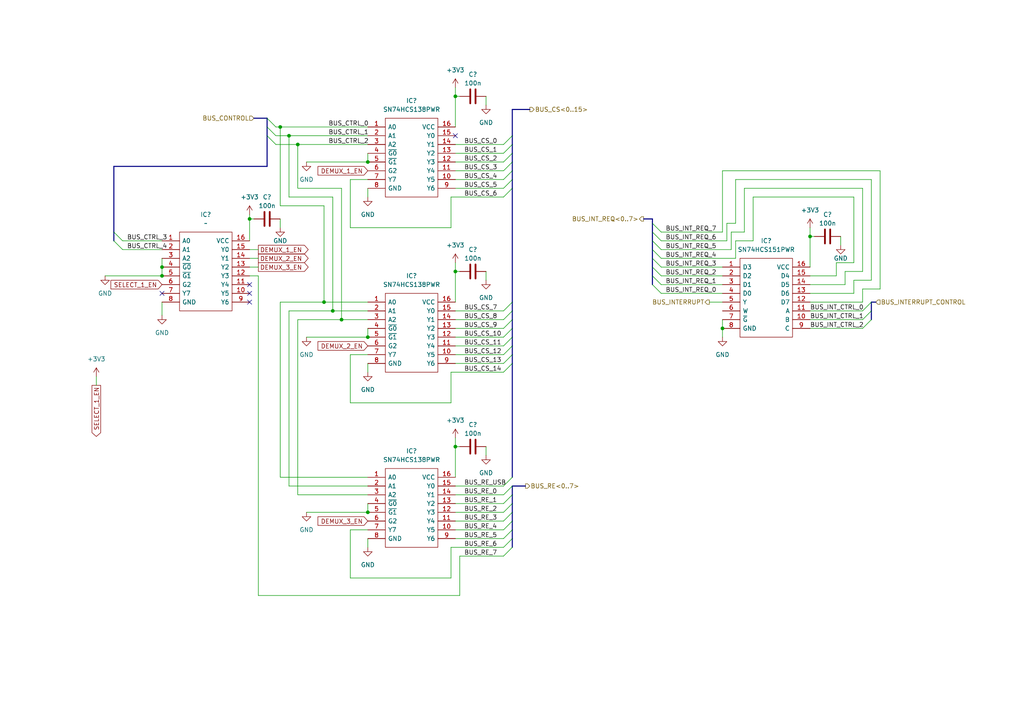
<source format=kicad_sch>
(kicad_sch (version 20211123) (generator eeschema)
  (paper "A4")
  (lib_symbols
    (symbol "Device:C" (pin_numbers hide) (pin_names (offset 0.254))
      (property "Reference" "C" (at 0.635 2.54 0))
      (property "Value" "C" (at 0.635 -2.54 0))
      (symbol "C_0_1"
        (polyline (pts (xy -2.032 -0.762) (xy 2.032 -0.762)) (stroke (width 0.508)))
        (polyline (pts (xy -2.032 0.762) (xy 2.032 0.762)) (stroke (width 0.508)))
      )
      (symbol "C_1_1"
        (pin passive line (at 0 3.81 270) (length 2.794) (name "~") (number "1"))
        (pin passive line (at 0 -3.81 90) (length 2.794) (name "~") (number "2"))
      )
    )
    (symbol "SN74HCS138PWR:SN74HCS138PWR" (pin_names (offset 0.762))
      (property "Reference" "IC" (at 21.59 7.62 0))
      (property "Value" "SN74HCS138PWR" (at 21.59 5.08 0))
      (symbol "SN74HCS138PWR_0_0"
        (pin passive line (at 0 0 0) (length 5.08) (name "A0") (number "1"))
        (pin passive line (at 25.4 -15.24 180) (length 5.08) (name "Y5") (number "10"))
        (pin passive line (at 25.4 -12.7 180) (length 5.08) (name "Y4") (number "11"))
        (pin passive line (at 25.4 -10.16 180) (length 5.08) (name "Y3") (number "12"))
        (pin passive line (at 25.4 -7.62 180) (length 5.08) (name "Y2") (number "13"))
        (pin passive line (at 25.4 -5.08 180) (length 5.08) (name "Y1") (number "14"))
        (pin passive line (at 25.4 -2.54 180) (length 5.08) (name "Y0") (number "15"))
        (pin passive line (at 25.4 0 180) (length 5.08) (name "VCC") (number "16"))
        (pin passive line (at 0 -2.54 0) (length 5.08) (name "A1") (number "2"))
        (pin passive line (at 0 -5.08 0) (length 5.08) (name "A2") (number "3"))
        (pin passive line (at 0 -7.62 0) (length 5.08) (name "~{G0}") (number "4"))
        (pin passive line (at 0 -10.16 0) (length 5.08) (name "~{G1}") (number "5"))
        (pin passive line (at 0 -12.7 0) (length 5.08) (name "G2") (number "6"))
        (pin passive line (at 0 -15.24 0) (length 5.08) (name "Y7") (number "7"))
        (pin passive line (at 0 -17.78 0) (length 5.08) (name "GND") (number "8"))
        (pin passive line (at 25.4 -17.78 180) (length 5.08) (name "Y6") (number "9"))
      )
      (symbol "SN74HCS138PWR_0_1"
        (polyline (pts (xy 5.08 2.54) (xy 20.32 2.54) (xy 20.32 -20.32) (xy 5.08 -20.32) (xy 5.08 2.54)) (stroke (width 0.1524)))
      )
    )
    (symbol "SN74HCS151PWR:SN74HCS151PWR" (pin_names (offset 0.762))
      (property "Reference" "IC" (at 21.59 7.62 0))
      (property "Value" "SN74HCS151PWR" (at 21.59 5.08 0))
      (symbol "SN74HCS151PWR_0_0"
        (pin passive line (at 0 0 0) (length 5.08) (name "D3") (number "1"))
        (pin passive line (at 25.4 -15.24 180) (length 5.08) (name "B") (number "10"))
        (pin passive line (at 25.4 -12.7 180) (length 5.08) (name "A") (number "11"))
        (pin passive line (at 25.4 -10.16 180) (length 5.08) (name "D7") (number "12"))
        (pin passive line (at 25.4 -7.62 180) (length 5.08) (name "D6") (number "13"))
        (pin passive line (at 25.4 -5.08 180) (length 5.08) (name "D5") (number "14"))
        (pin passive line (at 25.4 -2.54 180) (length 5.08) (name "D4") (number "15"))
        (pin passive line (at 25.4 0 180) (length 5.08) (name "VCC") (number "16"))
        (pin passive line (at 0 -2.54 0) (length 5.08) (name "D2") (number "2"))
        (pin passive line (at 0 -5.08 0) (length 5.08) (name "D1") (number "3"))
        (pin passive line (at 0 -7.62 0) (length 5.08) (name "D0") (number "4"))
        (pin passive line (at 0 -10.16 0) (length 5.08) (name "Y") (number "5"))
        (pin passive line (at 0 -12.7 0) (length 5.08) (name "W") (number "6"))
        (pin passive line (at 0 -15.24 0) (length 5.08) (name "~{G}") (number "7"))
        (pin passive line (at 0 -17.78 0) (length 5.08) (name "GND") (number "8"))
        (pin passive line (at 25.4 -17.78 180) (length 5.08) (name "C") (number "9"))
      )
      (symbol "SN74HCS151PWR_0_1"
        (polyline (pts (xy 5.08 2.54) (xy 20.32 2.54) (xy 20.32 -20.32) (xy 5.08 -20.32) (xy 5.08 2.54)) (stroke (width 0.1524)))
      )
    )
    (symbol "power:+3V3" (power) (pin_names (offset 0))
      (property "Value" "+3V3" (at 0 3.556 0))
      (symbol "+3V3_0_1"
        (polyline (pts (xy -0.762 1.27) (xy 0 2.54)))
        (polyline (pts (xy 0 0) (xy 0 2.54)))
        (polyline (pts (xy 0 2.54) (xy 0.762 1.27)))
      )
      (symbol "+3V3_1_1"
        (pin power_in line (at 0 0 90) (length 0) hide (name "+3V3") (number "1"))
      )
    )
    (symbol "power:GND" (power) (pin_names (offset 0))
      (property "Value" "GND" (at 0 -3.81 0))
      (symbol "GND_0_1"
        (polyline (pts (xy 0 0) (xy 0 -1.27) (xy 1.27 -1.27) (xy 0 -2.54) (xy -1.27 -1.27) (xy 0 -1.27)))
      )
      (symbol "GND_1_1"
        (pin power_in line (at 0 0 270) (length 0) hide (name "GND") (number "1"))
      )
    )
  )
  (junction (at 234.95 68.58))
  (junction (at 106.68 148.59))
  (junction (at 46.99 80.01))
  (junction (at 99.06 92.71))
  (junction (at 93.98 87.63))
  (junction (at 106.68 46.99))
  (junction (at 132.08 129.54))
  (junction (at 132.08 78.74))
  (junction (at 46.99 77.47))
  (junction (at 83.82 39.37))
  (junction (at 132.08 27.94))
  (junction (at 209.55 95.25))
  (junction (at 81.28 36.83))
  (junction (at 72.39 63.5))
  (junction (at 106.68 97.79))
  (junction (at 86.36 41.91))
  (junction (at 96.52 90.17))
  (no_connect (at 132.08 39.37))
  (no_connect (at 72.39 87.63))
  (no_connect (at 72.39 85.09))
  (no_connect (at 72.39 82.55))
  (no_connect (at 46.99 85.09))
  (bus_entry (at 33.02 69.85) (size 2.54 2.54))
  (bus_entry (at 189.23 80.01) (size 2.54 2.54))
  (bus_entry (at 77.47 34.29) (size 2.54 2.54))
  (bus_entry (at 189.23 77.47) (size 2.54 2.54))
  (bus_entry (at 146.05 46.99) (size 2.54 -2.54))
  (bus_entry (at 146.05 41.91) (size 2.54 -2.54))
  (bus_entry (at 146.05 44.45) (size 2.54 -2.54))
  (bus_entry (at 146.05 156.21) (size 2.54 -2.54))
  (bus_entry (at 146.05 49.53) (size 2.54 -2.54))
  (bus_entry (at 148.59 87.63) (size -2.54 2.54))
  (bus_entry (at 146.05 95.25) (size 2.54 -2.54))
  (bus_entry (at 189.23 74.93) (size 2.54 2.54))
  (bus_entry (at 146.05 146.05) (size 2.54 -2.54))
  (bus_entry (at 189.23 69.85) (size 2.54 2.54))
  (bus_entry (at 146.05 105.41) (size 2.54 -2.54))
  (bus_entry (at 146.05 151.13) (size 2.54 -2.54))
  (bus_entry (at 189.23 72.39) (size 2.54 2.54))
  (bus_entry (at 189.23 67.31) (size 2.54 2.54))
  (bus_entry (at 77.47 39.37) (size 2.54 2.54))
  (bus_entry (at 77.47 36.83) (size 2.54 2.54))
  (bus_entry (at 146.05 148.59) (size 2.54 -2.54))
  (bus_entry (at 252.73 90.17) (size -2.54 2.54))
  (bus_entry (at 252.73 92.71) (size -2.54 2.54))
  (bus_entry (at 148.59 105.41) (size -2.54 2.54))
  (bus_entry (at 146.05 52.07) (size 2.54 -2.54))
  (bus_entry (at 146.05 97.79) (size 2.54 -2.54))
  (bus_entry (at 146.05 153.67) (size 2.54 -2.54))
  (bus_entry (at 146.05 92.71) (size 2.54 -2.54))
  (bus_entry (at 189.23 64.77) (size 2.54 2.54))
  (bus_entry (at 33.02 67.31) (size 2.54 2.54))
  (bus_entry (at 146.05 54.61) (size 2.54 -2.54))
  (bus_entry (at 148.59 54.61) (size -2.54 2.54))
  (bus_entry (at 146.05 143.51) (size 2.54 -2.54))
  (bus_entry (at 252.73 87.63) (size -2.54 2.54))
  (bus_entry (at 146.05 100.33) (size 2.54 -2.54))
  (bus_entry (at 148.59 156.21) (size -2.54 2.54))
  (bus_entry (at 148.59 138.43) (size -2.54 2.54))
  (bus_entry (at 146.05 102.87) (size 2.54 -2.54))
  (bus_entry (at 189.23 82.55) (size 2.54 2.54))
  (bus_entry (at 146.05 161.29) (size 2.54 -2.54))
  (wire (pts (xy 133.35 161.29) (xy 146.05 161.29)))
  (wire (pts (xy 132.08 143.51) (xy 146.05 143.51)))
  (wire (pts (xy 191.77 72.39) (xy 212.09 72.39)))
  (wire (pts (xy 72.39 72.39) (xy 74.93 72.39)))
  (wire (pts (xy 99.06 92.71) (xy 99.06 54.61)))
  (wire (pts (xy 247.65 76.2) (xy 247.65 57.15)))
  (wire (pts (xy 80.01 36.83) (xy 81.28 36.83)))
  (wire (pts (xy 242.57 80.01) (xy 242.57 76.2)))
  (wire (pts (xy 35.56 69.85) (xy 46.99 69.85)))
  (wire (pts (xy 252.73 81.28) (xy 252.73 52.07)))
  (wire (pts (xy 30.48 80.01) (xy 46.99 80.01)))
  (wire (pts (xy 132.08 78.74) (xy 133.35 78.74)))
  (bus (pts (xy 189.23 64.77) (xy 189.23 63.5)))
  (wire (pts (xy 209.55 95.25) (xy 209.55 97.79)))
  (wire (pts (xy 191.77 77.47) (xy 209.55 77.47)))
  (wire (pts (xy 250.19 83.82) (xy 255.27 83.82)))
  (bus (pts (xy 148.59 46.99) (xy 148.59 44.45)))
  (wire (pts (xy 132.08 105.41) (xy 146.05 105.41)))
  (wire (pts (xy 86.36 41.91) (xy 86.36 54.61)))
  (wire (pts (xy 243.84 68.58) (xy 243.84 71.12)))
  (wire (pts (xy 93.98 87.63) (xy 81.28 87.63)))
  (wire (pts (xy 86.36 92.71) (xy 99.06 92.71)))
  (wire (pts (xy 46.99 87.63) (xy 46.99 91.44)))
  (bus (pts (xy 148.59 105.41) (xy 148.59 138.43)))
  (wire (pts (xy 140.97 27.94) (xy 140.97 30.48)))
  (wire (pts (xy 205.74 87.63) (xy 209.55 87.63)))
  (wire (pts (xy 72.39 63.5) (xy 72.39 69.85)))
  (wire (pts (xy 132.08 25.4) (xy 132.08 27.94)))
  (wire (pts (xy 132.08 27.94) (xy 133.35 27.94)))
  (wire (pts (xy 80.01 39.37) (xy 83.82 39.37)))
  (wire (pts (xy 234.95 77.47) (xy 234.95 68.58)))
  (bus (pts (xy 189.23 72.39) (xy 189.23 69.85)))
  (wire (pts (xy 247.65 81.28) (xy 252.73 81.28)))
  (bus (pts (xy 148.59 41.91) (xy 148.59 39.37)))
  (wire (pts (xy 234.95 80.01) (xy 242.57 80.01)))
  (bus (pts (xy 148.59 156.21) (xy 148.59 158.75)))
  (wire (pts (xy 86.36 41.91) (xy 106.68 41.91)))
  (wire (pts (xy 130.81 167.64) (xy 101.6 167.64)))
  (wire (pts (xy 234.95 66.04) (xy 234.95 68.58)))
  (wire (pts (xy 27.94 109.22) (xy 27.94 111.76)))
  (wire (pts (xy 83.82 90.17) (xy 96.52 90.17)))
  (wire (pts (xy 81.28 36.83) (xy 106.68 36.83)))
  (bus (pts (xy 189.23 80.01) (xy 189.23 77.47)))
  (wire (pts (xy 132.08 46.99) (xy 146.05 46.99)))
  (bus (pts (xy 148.59 153.67) (xy 148.59 156.21)))
  (wire (pts (xy 132.08 78.74) (xy 132.08 87.63)))
  (bus (pts (xy 33.02 67.31) (xy 33.02 69.85)))
  (wire (pts (xy 191.77 80.01) (xy 209.55 80.01)))
  (wire (pts (xy 245.11 82.55) (xy 245.11 78.74)))
  (bus (pts (xy 148.59 92.71) (xy 148.59 90.17)))
  (wire (pts (xy 132.08 148.59) (xy 146.05 148.59)))
  (wire (pts (xy 81.28 63.5) (xy 81.28 66.04)))
  (wire (pts (xy 83.82 39.37) (xy 106.68 39.37)))
  (wire (pts (xy 242.57 76.2) (xy 247.65 76.2)))
  (wire (pts (xy 132.08 90.17) (xy 146.05 90.17)))
  (wire (pts (xy 81.28 36.83) (xy 81.28 59.69)))
  (bus (pts (xy 252.73 87.63) (xy 254 87.63)))
  (wire (pts (xy 247.65 85.09) (xy 247.65 81.28)))
  (bus (pts (xy 73.66 34.29) (xy 77.47 34.29)))
  (wire (pts (xy 191.77 69.85) (xy 210.82 69.85)))
  (wire (pts (xy 132.08 156.21) (xy 146.05 156.21)))
  (wire (pts (xy 74.93 80.01) (xy 74.93 172.72)))
  (wire (pts (xy 218.44 69.85) (xy 213.36 69.85)))
  (bus (pts (xy 252.73 92.71) (xy 252.73 90.17)))
  (bus (pts (xy 148.59 52.07) (xy 148.59 49.53)))
  (bus (pts (xy 77.47 39.37) (xy 77.47 48.26)))
  (wire (pts (xy 133.35 172.72) (xy 133.35 161.29)))
  (wire (pts (xy 106.68 146.05) (xy 106.68 148.59)))
  (bus (pts (xy 148.59 102.87) (xy 148.59 105.41)))
  (bus (pts (xy 148.59 52.07) (xy 148.59 54.61)))
  (wire (pts (xy 213.36 69.85) (xy 213.36 74.93)))
  (wire (pts (xy 191.77 85.09) (xy 209.55 85.09)))
  (wire (pts (xy 86.36 143.51) (xy 86.36 92.71)))
  (wire (pts (xy 146.05 57.15) (xy 130.81 57.15)))
  (wire (pts (xy 132.08 76.2) (xy 132.08 78.74)))
  (wire (pts (xy 46.99 77.47) (xy 46.99 80.01)))
  (bus (pts (xy 148.59 31.75) (xy 148.59 39.37)))
  (wire (pts (xy 80.01 41.91) (xy 86.36 41.91)))
  (wire (pts (xy 234.95 95.25) (xy 250.19 95.25)))
  (bus (pts (xy 189.23 82.55) (xy 189.23 80.01)))
  (wire (pts (xy 215.9 54.61) (xy 215.9 67.31)))
  (wire (pts (xy 83.82 140.97) (xy 83.82 90.17)))
  (wire (pts (xy 234.95 90.17) (xy 250.19 90.17)))
  (wire (pts (xy 247.65 57.15) (xy 218.44 57.15)))
  (wire (pts (xy 132.08 54.61) (xy 146.05 54.61)))
  (wire (pts (xy 106.68 143.51) (xy 86.36 143.51)))
  (wire (pts (xy 130.81 107.95) (xy 130.81 116.84)))
  (wire (pts (xy 81.28 59.69) (xy 93.98 59.69)))
  (wire (pts (xy 132.08 127) (xy 132.08 129.54)))
  (wire (pts (xy 132.08 44.45) (xy 146.05 44.45)))
  (wire (pts (xy 96.52 57.15) (xy 83.82 57.15)))
  (wire (pts (xy 72.39 74.93) (xy 74.93 74.93)))
  (wire (pts (xy 132.08 102.87) (xy 146.05 102.87)))
  (wire (pts (xy 106.68 140.97) (xy 83.82 140.97)))
  (wire (pts (xy 252.73 52.07) (xy 213.36 52.07)))
  (wire (pts (xy 250.19 54.61) (xy 215.9 54.61)))
  (wire (pts (xy 130.81 158.75) (xy 130.81 167.64)))
  (wire (pts (xy 35.56 72.39) (xy 46.99 72.39)))
  (wire (pts (xy 140.97 78.74) (xy 140.97 81.28)))
  (wire (pts (xy 106.68 57.15) (xy 106.68 54.61)))
  (wire (pts (xy 101.6 52.07) (xy 106.68 52.07)))
  (bus (pts (xy 148.59 151.13) (xy 148.59 148.59)))
  (wire (pts (xy 130.81 116.84) (xy 101.6 116.84)))
  (wire (pts (xy 191.77 82.55) (xy 209.55 82.55)))
  (wire (pts (xy 132.08 140.97) (xy 146.05 140.97)))
  (bus (pts (xy 148.59 140.97) (xy 152.4 140.97)))
  (wire (pts (xy 88.9 97.79) (xy 106.68 97.79)))
  (wire (pts (xy 106.68 95.25) (xy 106.68 97.79)))
  (wire (pts (xy 215.9 67.31) (xy 212.09 67.31)))
  (wire (pts (xy 72.39 77.47) (xy 74.93 77.47)))
  (bus (pts (xy 77.47 36.83) (xy 77.47 39.37)))
  (bus (pts (xy 252.73 90.17) (xy 252.73 87.63)))
  (wire (pts (xy 146.05 158.75) (xy 130.81 158.75)))
  (wire (pts (xy 132.08 27.94) (xy 132.08 36.83)))
  (wire (pts (xy 106.68 158.75) (xy 106.68 156.21)))
  (wire (pts (xy 255.27 49.53) (xy 209.55 49.53)))
  (wire (pts (xy 234.95 68.58) (xy 236.22 68.58)))
  (wire (pts (xy 132.08 100.33) (xy 146.05 100.33)))
  (wire (pts (xy 234.95 82.55) (xy 245.11 82.55)))
  (bus (pts (xy 189.23 74.93) (xy 189.23 72.39)))
  (wire (pts (xy 99.06 92.71) (xy 106.68 92.71)))
  (wire (pts (xy 93.98 59.69) (xy 93.98 87.63)))
  (wire (pts (xy 74.93 172.72) (xy 133.35 172.72)))
  (wire (pts (xy 72.39 63.5) (xy 73.66 63.5)))
  (wire (pts (xy 132.08 129.54) (xy 132.08 138.43)))
  (bus (pts (xy 148.59 146.05) (xy 148.59 143.51)))
  (bus (pts (xy 148.59 148.59) (xy 148.59 146.05)))
  (wire (pts (xy 245.11 78.74) (xy 250.19 78.74)))
  (wire (pts (xy 96.52 90.17) (xy 96.52 57.15)))
  (wire (pts (xy 132.08 129.54) (xy 133.35 129.54)))
  (wire (pts (xy 255.27 83.82) (xy 255.27 49.53)))
  (bus (pts (xy 148.59 87.63) (xy 148.59 90.17)))
  (wire (pts (xy 101.6 116.84) (xy 101.6 102.87)))
  (wire (pts (xy 99.06 54.61) (xy 86.36 54.61)))
  (wire (pts (xy 213.36 64.77) (xy 210.82 64.77)))
  (wire (pts (xy 101.6 153.67) (xy 106.68 153.67)))
  (wire (pts (xy 234.95 92.71) (xy 250.19 92.71)))
  (wire (pts (xy 72.39 80.01) (xy 74.93 80.01)))
  (bus (pts (xy 148.59 95.25) (xy 148.59 92.71)))
  (bus (pts (xy 148.59 49.53) (xy 148.59 46.99)))
  (bus (pts (xy 148.59 143.51) (xy 148.59 140.97)))
  (wire (pts (xy 191.77 67.31) (xy 209.55 67.31)))
  (bus (pts (xy 148.59 153.67) (xy 148.59 151.13)))
  (wire (pts (xy 132.08 153.67) (xy 146.05 153.67)))
  (wire (pts (xy 81.28 138.43) (xy 106.68 138.43)))
  (wire (pts (xy 72.39 62.23) (xy 72.39 63.5)))
  (wire (pts (xy 132.08 97.79) (xy 146.05 97.79)))
  (wire (pts (xy 250.19 87.63) (xy 250.19 83.82)))
  (bus (pts (xy 148.59 97.79) (xy 148.59 95.25)))
  (bus (pts (xy 77.47 48.26) (xy 33.02 48.26)))
  (wire (pts (xy 83.82 57.15) (xy 83.82 39.37)))
  (wire (pts (xy 101.6 102.87) (xy 106.68 102.87)))
  (wire (pts (xy 191.77 74.93) (xy 213.36 74.93)))
  (bus (pts (xy 189.23 69.85) (xy 189.23 67.31)))
  (bus (pts (xy 189.23 77.47) (xy 189.23 74.93)))
  (wire (pts (xy 212.09 67.31) (xy 212.09 72.39)))
  (wire (pts (xy 101.6 66.04) (xy 101.6 52.07)))
  (wire (pts (xy 140.97 129.54) (xy 140.97 132.08)))
  (wire (pts (xy 101.6 167.64) (xy 101.6 153.67)))
  (bus (pts (xy 148.59 44.45) (xy 148.59 41.91)))
  (wire (pts (xy 132.08 95.25) (xy 146.05 95.25)))
  (wire (pts (xy 132.08 146.05) (xy 146.05 146.05)))
  (bus (pts (xy 148.59 31.75) (xy 153.67 31.75)))
  (wire (pts (xy 96.52 90.17) (xy 106.68 90.17)))
  (bus (pts (xy 148.59 102.87) (xy 148.59 100.33)))
  (wire (pts (xy 132.08 92.71) (xy 146.05 92.71)))
  (wire (pts (xy 46.99 74.93) (xy 46.99 77.47)))
  (wire (pts (xy 130.81 57.15) (xy 130.81 66.04)))
  (wire (pts (xy 218.44 57.15) (xy 218.44 69.85)))
  (wire (pts (xy 234.95 87.63) (xy 250.19 87.63)))
  (wire (pts (xy 210.82 64.77) (xy 210.82 69.85)))
  (wire (pts (xy 130.81 66.04) (xy 101.6 66.04)))
  (wire (pts (xy 250.19 78.74) (xy 250.19 54.61)))
  (wire (pts (xy 81.28 87.63) (xy 81.28 138.43)))
  (wire (pts (xy 106.68 87.63) (xy 93.98 87.63)))
  (bus (pts (xy 33.02 48.26) (xy 33.02 67.31)))
  (wire (pts (xy 106.68 107.95) (xy 106.68 105.41)))
  (bus (pts (xy 77.47 34.29) (xy 77.47 36.83)))
  (wire (pts (xy 88.9 46.99) (xy 106.68 46.99)))
  (wire (pts (xy 132.08 151.13) (xy 146.05 151.13)))
  (wire (pts (xy 132.08 49.53) (xy 146.05 49.53)))
  (wire (pts (xy 132.08 41.91) (xy 146.05 41.91)))
  (wire (pts (xy 132.08 52.07) (xy 146.05 52.07)))
  (bus (pts (xy 189.23 67.31) (xy 189.23 64.77)))
  (wire (pts (xy 209.55 92.71) (xy 209.55 95.25)))
  (wire (pts (xy 213.36 52.07) (xy 213.36 64.77)))
  (wire (pts (xy 106.68 44.45) (xy 106.68 46.99)))
  (wire (pts (xy 234.95 85.09) (xy 247.65 85.09)))
  (bus (pts (xy 186.69 63.5) (xy 189.23 63.5)))
  (wire (pts (xy 209.55 49.53) (xy 209.55 67.31)))
  (wire (pts (xy 146.05 107.95) (xy 130.81 107.95)))
  (wire (pts (xy 88.9 148.59) (xy 106.68 148.59)))
  (bus (pts (xy 148.59 100.33) (xy 148.59 97.79)))
  (bus (pts (xy 148.59 54.61) (xy 148.59 87.63)))
  (label "BUS_INT_REQ_2" (at 193.04 80.01 0))
  (label "BUS_RE_4" (at 134.62 153.67 0))
  (label "BUS_CS_4" (at 134.62 52.07 0))
  (label "BUS_INT_REQ_4" (at 193.04 74.93 0))
  (label "BUS_CS_1" (at 134.62 44.45 0))
  (label "BUS_RE_7" (at 134.62 161.29 0))
  (label "BUS_CS_13" (at 134.62 105.41 0))
  (label "BUS_CS_11" (at 134.62 100.33 0))
  (label "BUS_INT_REQ_1" (at 193.04 82.55 0))
  (label "BUS_INT_REQ_6" (at 193.04 69.85 0))
  (label "BUS_CTRL_0" (at 95.25 36.83 0))
  (label "BUS_CS_10" (at 134.62 97.79 0))
  (label "BUS_CS_9" (at 134.62 95.25 0))
  (label "BUS_CS_0" (at 134.62 41.91 0))
  (label "BUS_CTRL_1" (at 95.25 39.37 0))
  (label "BUS_INT_CTRL_2" (at 234.95 95.25 0))
  (label "BUS_RE_6" (at 134.62 158.75 0))
  (label "BUS_INT_REQ_0" (at 193.04 85.09 0))
  (label "BUS_RE_5" (at 134.62 156.21 0))
  (label "BUS_INT_CTRL_0" (at 234.95 90.17 0))
  (label "BUS_CTRL_3" (at 36.83 69.85 0))
  (label "BUS_CTRL_4" (at 36.83 72.39 0))
  (label "BUS_INT_REQ_3" (at 193.04 77.47 0))
  (label "BUS_CS_12" (at 134.62 102.87 0))
  (label "BUS_CS_7" (at 134.62 90.17 0))
  (label "BUS_CS_8" (at 134.62 92.71 0))
  (label "BUS_RE_1" (at 134.62 146.05 0))
  (label "BUS_INT_REQ_7" (at 193.04 67.31 0))
  (label "BUS_CTRL_2" (at 95.25 41.91 0))
  (label "BUS_RE_0" (at 134.62 143.51 0))
  (label "BUS_RE_2" (at 134.62 148.59 0))
  (label "BUS_RE_3" (at 134.62 151.13 0))
  (label "BUS_CS_3" (at 134.62 49.53 0))
  (label "BUS_CS_2" (at 134.62 46.99 0))
  (label "BUS_CS_6" (at 134.62 57.15 0))
  (label "BUS_CS_5" (at 134.62 54.61 0))
  (label "BUS_INT_CTRL_1" (at 234.95 92.71 0))
  (label "BUS_CS_14" (at 134.62 107.95 0))
  (label "BUS_RE_USB" (at 134.62 140.97 0))
  (label "BUS_INT_REQ_5" (at 193.04 72.39 0))
  (global_label "DEMUX_3_EN" (shape output) (at 74.93 77.47 0) (property "Odnośniki między arkuszami" "${INTERSHEET_REFS}" (effects hide)))
  (global_label "SELECT_1_EN" (shape input) (at 46.99 82.55 180) (property "Odnośniki między arkuszami" "${INTERSHEET_REFS}" (effects hide)))
  (global_label "DEMUX_1_EN" (shape output) (at 74.93 72.39 0) (property "Odnośniki między arkuszami" "${INTERSHEET_REFS}" (effects hide)))
  (global_label "DEMUX_2_EN" (shape output) (at 74.93 74.93 0) (property "Odnośniki między arkuszami" "${INTERSHEET_REFS}" (effects hide)))
  (global_label "DEMUX_3_EN" (shape input) (at 106.68 151.13 180) (property "Odnośniki między arkuszami" "${INTERSHEET_REFS}" (effects hide)))
  (global_label "SELECT_1_EN" (shape output) (at 27.94 111.76 270) (property "Odnośniki między arkuszami" "${INTERSHEET_REFS}" (effects hide)))
  (global_label "DEMUX_2_EN" (shape input) (at 106.68 100.33 180) (property "Odnośniki między arkuszami" "${INTERSHEET_REFS}" (effects hide)))
  (global_label "DEMUX_1_EN" (shape input) (at 106.68 49.53 180) (property "Odnośniki między arkuszami" "${INTERSHEET_REFS}" (effects hide)))
  (hierarchical_label "BUS_INTERRUPT_CONTROL" (shape input) (at 254 87.63 0))
  (hierarchical_label "BUS_CS<0..15>" (shape output) (at 153.67 31.75 0))
  (hierarchical_label "BUS_RE<0..7>" (shape output) (at 152.4 140.97 0))
  (hierarchical_label "BUS_CONTROL" (shape input) (at 73.66 34.29 180))
  (hierarchical_label "BUS_INT_REQ<0..7>" (shape output) (at 186.69 63.5 180))
  (hierarchical_label "BUS_INTERRUPT" (shape output) (at 205.74 87.63 180))
  (symbol (lib_id "power:GND") (at 209.55 97.79 0) (unit 1)
    (property "Reference" "#PWR?" (effects hide))
    (property "Value" "GND" (at 209.55 102.87 0))
  )
  (symbol (lib_id "power:GND") (at 243.84 71.12 0) (unit 1)
    (property "Reference" "#PWR?" (effects hide))
    (property "Value" "GND" (at 243.84 74.93 0))
  )
  (symbol (lib_id "SN74HCS138PWR:SN74HCS138PWR") (at 106.68 36.83 0) (unit 1)
    (property "Reference" "IC?" (at 119.38 29.21 0))
    (property "Value" "SN74HCS138PWR" (at 119.38 31.75 0))
    (property "Footprint" "SOP65P640X120-16N" (effects hide))
    (property "Datasheet" "https://www.ti.com/lit/gpn/sn74hcs138" (effects hide))
    (property "Description" "Encoders, Decoders, Multiplexers & Demultiplexers 3-line to 8-line decoders/demultiplexer 16-TSSOP -40 to 125" (effects hide))
    (property "Height" "1.2" (effects hide))
    (property "Manufacturer_Name" "Texas Instruments" (effects hide))
    (property "Manufacturer_Part_Number" "SN74HCS138PWR" (effects hide))
    (property "Mouser Part Number" "595-SN74HCS138PWR" (effects hide))
    (property "Mouser Price/Stock" "https://www.mouser.co.uk/ProductDetail/Texas-Instruments/SN74HCS138PWR?qs=DPoM0jnrROWeaotPs36QqA%3D%3D" (effects hide))
    (property "Arrow Part Number" "SN74HCS138PWR" (effects hide))
    (property "Arrow Price/Stock" "https://www.arrow.com/en/products/sn74hcs138pwr/texas-instruments" (effects hide))
  )
  (symbol (lib_id "power:GND") (at 106.68 57.15 0) (unit 1)
    (property "Reference" "#PWR?" (effects hide))
    (property "Value" "GND" (at 106.68 62.23 0))
  )
  (symbol (lib_id "power:+3V3") (at 132.08 76.2 0) (unit 1)
    (property "Reference" "#PWR?" (effects hide))
    (property "Value" "+3V3" (at 132.08 71.12 0))
  )
  (symbol (lib_id "SN74HCS138PWR:SN74HCS138PWR") (at 46.99 69.85 0) (unit 1)
    (property "Reference" "IC?" (at 59.69 62.23 0))
    (property "Value" "~" (at 59.69 64.77 0))
    (property "Datasheet" "https://www.ti.com/lit/gpn/sn74hcs138" (effects hide))
    (property "Description" "Encoders, Decoders, Multiplexers & Demultiplexers 3-line to 8-line decoders/demultiplexer 16-TSSOP -40 to 125" (effects hide))
    (property "Height" "1.2" (effects hide))
    (property "Manufacturer_Name" "Texas Instruments" (effects hide))
    (property "Manufacturer_Part_Number" "SN74HCS138PWR" (effects hide))
    (property "Mouser Part Number" "595-SN74HCS138PWR" (effects hide))
    (property "Mouser Price/Stock" "https://www.mouser.co.uk/ProductDetail/Texas-Instruments/SN74HCS138PWR?qs=DPoM0jnrROWeaotPs36QqA%3D%3D" (effects hide))
    (property "Arrow Part Number" "SN74HCS138PWR" (effects hide))
    (property "Arrow Price/Stock" "https://www.arrow.com/en/products/sn74hcs138pwr/texas-instruments" (effects hide))
  )
  (symbol (lib_id "Device:C") (at 137.16 27.94 90) (unit 1)
    (property "Reference" "C?" (at 137.16 21.59 90))
    (property "Value" "100n" (at 137.16 24.13 90))
    (property "Footprint" "Capacitor_SMD:C_0402_1005Metric_Pad0.74x0.62mm_HandSolder" (effects hide))
  )
  (symbol (lib_id "power:+3V3") (at 234.95 66.04 0) (unit 1)
    (property "Reference" "#PWR?" (effects hide))
    (property "Value" "+3V3" (at 234.95 60.96 0))
  )
  (symbol (lib_id "SN74HCS138PWR:SN74HCS138PWR") (at 106.68 87.63 0) (unit 1)
    (property "Reference" "IC?" (at 119.38 80.01 0))
    (property "Value" "SN74HCS138PWR" (at 119.38 82.55 0))
    (property "Footprint" "SOP65P640X120-16N" (effects hide))
    (property "Datasheet" "https://www.ti.com/lit/gpn/sn74hcs138" (effects hide))
    (property "Description" "Encoders, Decoders, Multiplexers & Demultiplexers 3-line to 8-line decoders/demultiplexer 16-TSSOP -40 to 125" (effects hide))
    (property "Height" "1.2" (effects hide))
    (property "Manufacturer_Name" "Texas Instruments" (effects hide))
    (property "Manufacturer_Part_Number" "SN74HCS138PWR" (effects hide))
    (property "Mouser Part Number" "595-SN74HCS138PWR" (effects hide))
    (property "Mouser Price/Stock" "https://www.mouser.co.uk/ProductDetail/Texas-Instruments/SN74HCS138PWR?qs=DPoM0jnrROWeaotPs36QqA%3D%3D" (effects hide))
    (property "Arrow Part Number" "SN74HCS138PWR" (effects hide))
    (property "Arrow Price/Stock" "https://www.arrow.com/en/products/sn74hcs138pwr/texas-instruments" (effects hide))
  )
  (symbol (lib_id "power:+3V3") (at 27.94 109.22 0) (unit 1)
    (property "Reference" "#PWR?" (effects hide))
    (property "Value" "+3V3" (at 27.94 104.14 0))
  )
  (symbol (lib_id "SN74HCS151PWR:SN74HCS151PWR") (at 209.55 77.47 0) (unit 1)
    (property "Reference" "IC?" (at 222.25 69.85 0))
    (property "Value" "SN74HCS151PWR" (at 222.25 72.39 0))
    (property "Footprint" "SOP65P640X120-16N" (effects hide))
    (property "Datasheet" "https://www.ti.com/lit/ds/symlink/sn74hcs151.pdf?ts=1603161259838&ref_url=https%253A%252F%252Fwww.ti.com%252Fstore%252Fti%252Fen%252Fsearch%252F%253Ftext%253DSN74HCS151PWR%2526searchType%253D" (effects hide))
    (property "Description" "Encoders, Decoders, Multiplexers & Demultiplexers 8-line to 1-line data selectors/multiplexers 16-TSSOP -40 to 125" (effects hide))
    (property "Height" "1.2" (effects hide))
    (property "Manufacturer_Name" "Texas Instruments" (effects hide))
    (property "Manufacturer_Part_Number" "SN74HCS151PWR" (effects hide))
    (property "Mouser Part Number" "595-SN74HCS151PWR" (effects hide))
    (property "Mouser Price/Stock" "https://www.mouser.co.uk/ProductDetail/Texas-Instruments/SN74HCS151PWR?qs=zW32dvEIR3ueZaxDUqCoEw%3D%3D" (effects hide))
    (property "Arrow Part Number" "SN74HCS151PWR" (effects hide))
    (property "Arrow Price/Stock" "https://www.arrow.com/en/products/sn74hcs151pwr/texas-instruments?region=nac" (effects hide))
  )
  (symbol (lib_id "power:GND") (at 81.28 66.04 0) (unit 1)
    (property "Reference" "#PWR?" (effects hide))
    (property "Value" "GND" (at 81.28 69.85 0))
  )
  (symbol (lib_id "Device:C") (at 240.03 68.58 90) (unit 1)
    (property "Reference" "C?" (at 240.03 62.23 90))
    (property "Value" "100n" (at 240.03 64.77 90))
    (property "Footprint" "Capacitor_SMD:C_0402_1005Metric_Pad0.74x0.62mm_HandSolder" (effects hide))
  )
  (symbol (lib_id "power:+3V3") (at 132.08 25.4 0) (unit 1)
    (property "Reference" "#PWR?" (effects hide))
    (property "Value" "+3V3" (at 132.08 20.32 0))
  )
  (symbol (lib_id "power:GND") (at 140.97 132.08 0) (unit 1)
    (property "Reference" "#PWR?" (effects hide))
    (property "Value" "GND" (at 140.97 137.16 0))
  )
  (symbol (lib_id "power:+3V3") (at 132.08 127 0) (unit 1)
    (property "Reference" "#PWR?" (effects hide))
    (property "Value" "+3V3" (at 132.08 121.92 0))
  )
  (symbol (lib_id "power:GND") (at 140.97 30.48 0) (unit 1)
    (property "Reference" "#PWR?" (effects hide))
    (property "Value" "GND" (at 140.97 35.56 0))
  )
  (symbol (lib_id "power:GND") (at 140.97 81.28 0) (unit 1)
    (property "Reference" "#PWR?" (effects hide))
    (property "Value" "GND" (at 140.97 86.36 0))
  )
  (symbol (lib_id "power:+3V3") (at 72.39 62.23 0) (unit 1)
    (property "Reference" "#PWR?" (effects hide))
    (property "Value" "+3V3" (at 72.39 57.15 0))
  )
  (symbol (lib_id "SN74HCS138PWR:SN74HCS138PWR") (at 106.68 138.43 0) (unit 1)
    (property "Reference" "IC?" (at 119.38 130.81 0))
    (property "Value" "SN74HCS138PWR" (at 119.38 133.35 0))
    (property "Footprint" "SOP65P640X120-16N" (effects hide))
    (property "Datasheet" "https://www.ti.com/lit/gpn/sn74hcs138" (effects hide))
    (property "Description" "Encoders, Decoders, Multiplexers & Demultiplexers 3-line to 8-line decoders/demultiplexer 16-TSSOP -40 to 125" (effects hide))
    (property "Height" "1.2" (effects hide))
    (property "Manufacturer_Name" "Texas Instruments" (effects hide))
    (property "Manufacturer_Part_Number" "SN74HCS138PWR" (effects hide))
    (property "Mouser Part Number" "595-SN74HCS138PWR" (effects hide))
    (property "Mouser Price/Stock" "https://www.mouser.co.uk/ProductDetail/Texas-Instruments/SN74HCS138PWR?qs=DPoM0jnrROWeaotPs36QqA%3D%3D" (effects hide))
    (property "Arrow Part Number" "SN74HCS138PWR" (effects hide))
    (property "Arrow Price/Stock" "https://www.arrow.com/en/products/sn74hcs138pwr/texas-instruments" (effects hide))
  )
  (symbol (lib_id "power:GND") (at 88.9 148.59 0) (unit 1)
    (property "Reference" "#PWR?" (effects hide))
    (property "Value" "GND" (at 88.9 153.67 0))
  )
  (symbol (lib_id "power:GND") (at 106.68 158.75 0) (unit 1)
    (property "Reference" "#PWR?" (effects hide))
    (property "Value" "GND" (at 106.68 163.83 0))
  )
  (symbol (lib_id "Device:C") (at 77.47 63.5 90) (unit 1)
    (property "Reference" "C?" (at 77.47 57.15 90))
    (property "Value" "100n" (at 77.47 59.69 90))
    (property "Footprint" "Capacitor_SMD:C_0402_1005Metric_Pad0.74x0.62mm_HandSolder" (effects hide))
  )
  (symbol (lib_id "power:GND") (at 88.9 97.79 0) (unit 1)
    (property "Reference" "#PWR?" (effects hide))
    (property "Value" "GND" (at 88.9 102.87 0))
  )
  (symbol (lib_id "Device:C") (at 137.16 129.54 90) (unit 1)
    (property "Reference" "C?" (at 137.16 123.19 90))
    (property "Value" "100n" (at 137.16 125.73 90))
    (property "Footprint" "Capacitor_SMD:C_0402_1005Metric_Pad0.74x0.62mm_HandSolder" (effects hide))
  )
  (symbol (lib_id "power:GND") (at 46.99 91.44 0) (unit 1)
    (property "Reference" "#PWR?" (effects hide))
    (property "Value" "GND" (at 46.99 96.52 0))
  )
  (symbol (lib_id "power:GND") (at 30.48 80.01 0) (unit 1)
    (property "Reference" "#PWR?" (effects hide))
    (property "Value" "GND" (at 30.48 85.09 0))
  )
  (symbol (lib_id "power:GND") (at 88.9 46.99 0) (unit 1)
    (property "Reference" "#PWR?" (effects hide))
    (property "Value" "GND" (at 88.9 52.07 0))
  )
  (symbol (lib_id "power:GND") (at 106.68 107.95 0) (unit 1)
    (property "Reference" "#PWR?" (effects hide))
    (property "Value" "GND" (at 106.68 113.03 0))
  )
  (symbol (lib_id "Device:C") (at 137.16 78.74 90) (unit 1)
    (property "Reference" "C?" (at 137.16 72.39 90))
    (property "Value" "100n" (at 137.16 74.93 90))
    (property "Footprint" "Capacitor_SMD:C_0402_1005Metric_Pad0.74x0.62mm_HandSolder" (effects hide))
  )
)
</source>
